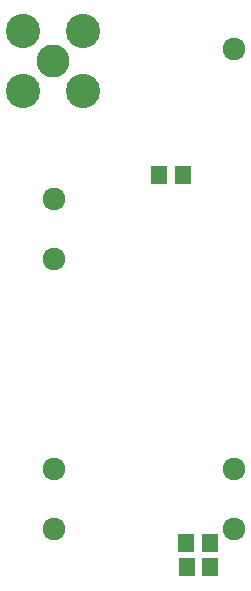
<source format=gbs>
G04 #@! TF.GenerationSoftware,KiCad,Pcbnew,(2017-06-25 revision 6a3c1720b)-makepkg*
G04 #@! TF.CreationDate,2017-08-03T12:33:03-04:00*
G04 #@! TF.ProjectId,pmt-transimpedance-amplifier_small_con,706D742D7472616E73696D706564616E,rev?*
G04 #@! TF.SameCoordinates,Original
G04 #@! TF.FileFunction,Soldermask,Bot*
G04 #@! TF.FilePolarity,Negative*
%FSLAX46Y46*%
G04 Gerber Fmt 4.6, Leading zero omitted, Abs format (unit mm)*
G04 Created by KiCad (PCBNEW (2017-06-25 revision 6a3c1720b)-makepkg) date 08/03/17 12:33:03*
%MOMM*%
%LPD*%
G01*
G04 APERTURE LIST*
%ADD10C,0.100000*%
%ADD11R,1.400000X1.650000*%
%ADD12C,1.924000*%
%ADD13C,2.800000*%
%ADD14C,2.900000*%
G04 APERTURE END LIST*
D10*
D11*
X219545000Y-113715000D03*
X217545000Y-113715000D03*
X219595000Y-115765000D03*
X217595000Y-115765000D03*
D12*
X206350000Y-112540000D03*
X221590000Y-112540000D03*
X221590000Y-107460000D03*
X206350000Y-107460000D03*
X206350000Y-89660000D03*
X206350000Y-84580000D03*
X221590000Y-71880000D03*
D13*
X206300000Y-72875000D03*
D14*
X203760000Y-70335000D03*
X208840000Y-70335000D03*
X208840000Y-75415000D03*
X203760000Y-75415000D03*
D11*
X215275000Y-82600000D03*
X217275000Y-82600000D03*
M02*

</source>
